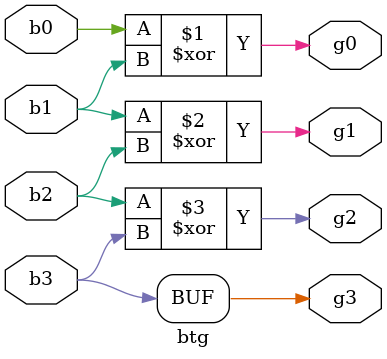
<source format=v>
`timescale 1ns / 1ps
module btg(
    input b0,
    input b1,
    input b2,
    input b3,
    output g0,
    output g1,
    output g2,
    output g3
    );

	wire w1;
	xor(g0,b0,b1);
	xor(g1,b1,b2);
	xor(g2,b2,b3);
	not(w1,b3);
	not(g3,w1);

endmodule

</source>
